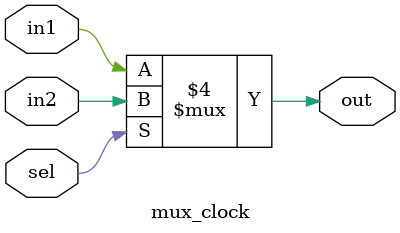
<source format=v>

module mux_clock(
    input wire in1,
    input wire in2,
    input wire sel,
    output reg out
    );
     
    always @(in1,in2,sel)
    begin
    if(sel == 0)
        out = in1;
    else
        out = in2;
    end   
	 
endmodule 
</source>
